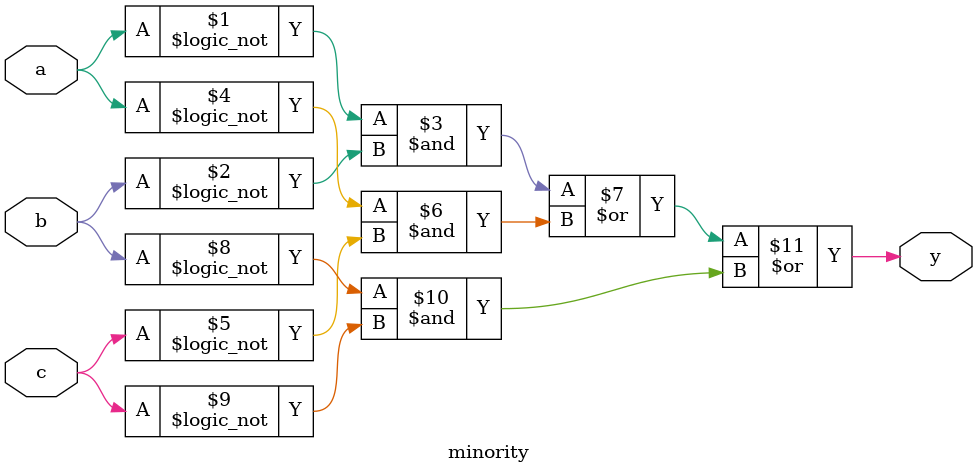
<source format=sv>
module minority (
    input logic a, b ,c,
    output logic y
);

assign y = (!a & !b) | (!a & !c) | (!b & !c);

endmodule
</source>
